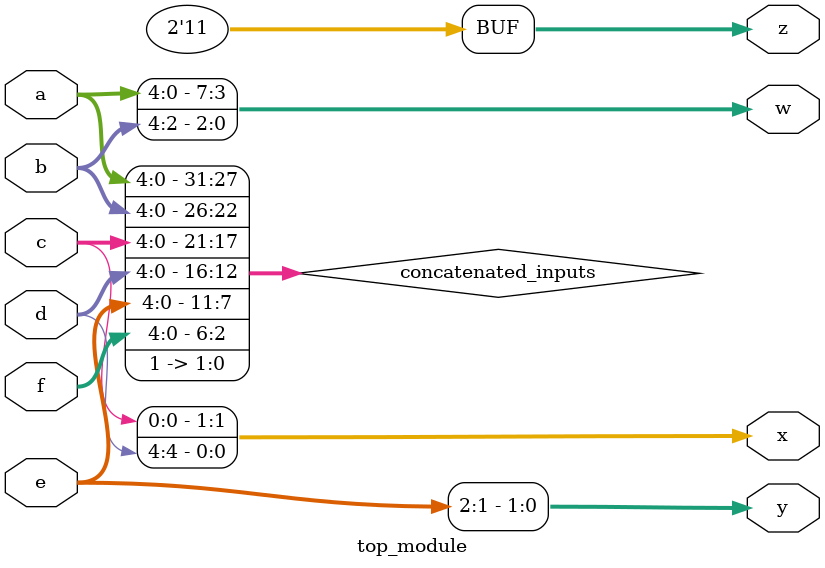
<source format=sv>
module top_module (
    input [4:0] a,
    input [4:0] b,
    input [4:0] c,
    input [4:0] d,
    input [4:0] e,
    input [4:0] f,
    output [7:0] w,
    output [7:8] x,
    output [7:8] y,
    output [7:8] z
);

    wire [31:0] concatenated_inputs;

    assign concatenated_inputs = {a, b, c, d, e, f, 2'b11};

    assign w = concatenated_inputs[31:24];
    assign x = concatenated_inputs[23:16];
    assign y = concatenated_inputs[15:8];
    assign z = concatenated_inputs[7:0];

endmodule

</source>
